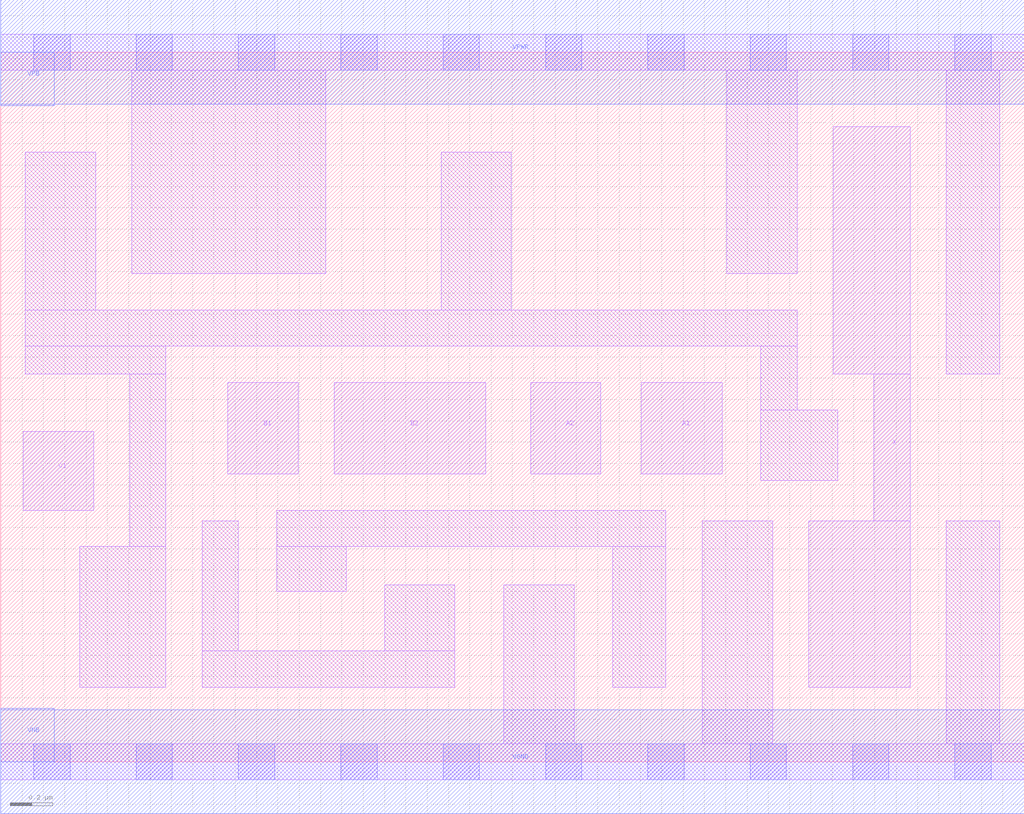
<source format=lef>
# Copyright 2020 The SkyWater PDK Authors
#
# Licensed under the Apache License, Version 2.0 (the "License");
# you may not use this file except in compliance with the License.
# You may obtain a copy of the License at
#
#     https://www.apache.org/licenses/LICENSE-2.0
#
# Unless required by applicable law or agreed to in writing, software
# distributed under the License is distributed on an "AS IS" BASIS,
# WITHOUT WARRANTIES OR CONDITIONS OF ANY KIND, either express or implied.
# See the License for the specific language governing permissions and
# limitations under the License.
#
# SPDX-License-Identifier: Apache-2.0

VERSION 5.5 ;
NAMESCASESENSITIVE ON ;
BUSBITCHARS "[]" ;
DIVIDERCHAR "/" ;
MACRO sky130_fd_sc_hs__o221a_2
  CLASS CORE ;
  SOURCE USER ;
  ORIGIN  0.000000  0.000000 ;
  SIZE  4.800000 BY  3.330000 ;
  SYMMETRY X Y ;
  SITE unit ;
  PIN A1
    ANTENNAGATEAREA  0.261000 ;
    DIRECTION INPUT ;
    USE SIGNAL ;
    PORT
      LAYER li1 ;
        RECT 3.005000 1.350000 3.385000 1.780000 ;
    END
  END A1
  PIN A2
    ANTENNAGATEAREA  0.261000 ;
    DIRECTION INPUT ;
    USE SIGNAL ;
    PORT
      LAYER li1 ;
        RECT 2.485000 1.350000 2.815000 1.780000 ;
    END
  END A2
  PIN B1
    ANTENNAGATEAREA  0.261000 ;
    DIRECTION INPUT ;
    USE SIGNAL ;
    PORT
      LAYER li1 ;
        RECT 1.065000 1.350000 1.395000 1.780000 ;
    END
  END B1
  PIN B2
    ANTENNAGATEAREA  0.261000 ;
    DIRECTION INPUT ;
    USE SIGNAL ;
    PORT
      LAYER li1 ;
        RECT 1.565000 1.350000 2.275000 1.780000 ;
    END
  END B2
  PIN C1
    ANTENNAGATEAREA  0.261000 ;
    DIRECTION INPUT ;
    USE SIGNAL ;
    PORT
      LAYER li1 ;
        RECT 0.105000 1.180000 0.435000 1.550000 ;
    END
  END C1
  PIN X
    ANTENNADIFFAREA  0.543200 ;
    DIRECTION OUTPUT ;
    USE SIGNAL ;
    PORT
      LAYER li1 ;
        RECT 3.790000 0.350000 4.265000 1.130000 ;
        RECT 3.905000 1.820000 4.265000 2.980000 ;
        RECT 4.095000 1.130000 4.265000 1.820000 ;
    END
  END X
  PIN VGND
    DIRECTION INOUT ;
    USE GROUND ;
    PORT
      LAYER met1 ;
        RECT 0.000000 -0.245000 4.800000 0.245000 ;
    END
  END VGND
  PIN VNB
    DIRECTION INOUT ;
    USE GROUND ;
    PORT
    END
  END VNB
  PIN VPB
    DIRECTION INOUT ;
    USE POWER ;
    PORT
    END
  END VPB
  PIN VNB
    DIRECTION INOUT ;
    USE GROUND ;
    PORT
      LAYER met1 ;
        RECT 0.000000 0.000000 0.250000 0.250000 ;
    END
  END VNB
  PIN VPB
    DIRECTION INOUT ;
    USE POWER ;
    PORT
      LAYER met1 ;
        RECT 0.000000 3.080000 0.250000 3.330000 ;
    END
  END VPB
  PIN VPWR
    DIRECTION INOUT ;
    USE POWER ;
    PORT
      LAYER met1 ;
        RECT 0.000000 3.085000 4.800000 3.575000 ;
    END
  END VPWR
  OBS
    LAYER li1 ;
      RECT 0.000000 -0.085000 4.800000 0.085000 ;
      RECT 0.000000  3.245000 4.800000 3.415000 ;
      RECT 0.115000  1.820000 0.775000 1.950000 ;
      RECT 0.115000  1.950000 3.735000 2.120000 ;
      RECT 0.115000  2.120000 0.445000 2.860000 ;
      RECT 0.370000  0.350000 0.775000 1.010000 ;
      RECT 0.605000  1.010000 0.775000 1.820000 ;
      RECT 0.615000  2.290000 1.525000 3.245000 ;
      RECT 0.945000  0.350000 2.130000 0.520000 ;
      RECT 0.945000  0.520000 1.115000 1.130000 ;
      RECT 1.295000  0.800000 1.620000 1.010000 ;
      RECT 1.295000  1.010000 3.120000 1.180000 ;
      RECT 1.800000  0.520000 2.130000 0.830000 ;
      RECT 2.065000  2.120000 2.395000 2.860000 ;
      RECT 2.360000  0.085000 2.690000 0.830000 ;
      RECT 2.870000  0.350000 3.120000 1.010000 ;
      RECT 3.290000  0.085000 3.620000 1.130000 ;
      RECT 3.405000  2.290000 3.735000 3.245000 ;
      RECT 3.565000  1.320000 3.925000 1.650000 ;
      RECT 3.565000  1.650000 3.735000 1.950000 ;
      RECT 4.435000  0.085000 4.685000 1.130000 ;
      RECT 4.435000  1.820000 4.685000 3.245000 ;
    LAYER mcon ;
      RECT 0.155000 -0.085000 0.325000 0.085000 ;
      RECT 0.155000  3.245000 0.325000 3.415000 ;
      RECT 0.635000 -0.085000 0.805000 0.085000 ;
      RECT 0.635000  3.245000 0.805000 3.415000 ;
      RECT 1.115000 -0.085000 1.285000 0.085000 ;
      RECT 1.115000  3.245000 1.285000 3.415000 ;
      RECT 1.595000 -0.085000 1.765000 0.085000 ;
      RECT 1.595000  3.245000 1.765000 3.415000 ;
      RECT 2.075000 -0.085000 2.245000 0.085000 ;
      RECT 2.075000  3.245000 2.245000 3.415000 ;
      RECT 2.555000 -0.085000 2.725000 0.085000 ;
      RECT 2.555000  3.245000 2.725000 3.415000 ;
      RECT 3.035000 -0.085000 3.205000 0.085000 ;
      RECT 3.035000  3.245000 3.205000 3.415000 ;
      RECT 3.515000 -0.085000 3.685000 0.085000 ;
      RECT 3.515000  3.245000 3.685000 3.415000 ;
      RECT 3.995000 -0.085000 4.165000 0.085000 ;
      RECT 3.995000  3.245000 4.165000 3.415000 ;
      RECT 4.475000 -0.085000 4.645000 0.085000 ;
      RECT 4.475000  3.245000 4.645000 3.415000 ;
  END
END sky130_fd_sc_hs__o221a_2
END LIBRARY

</source>
